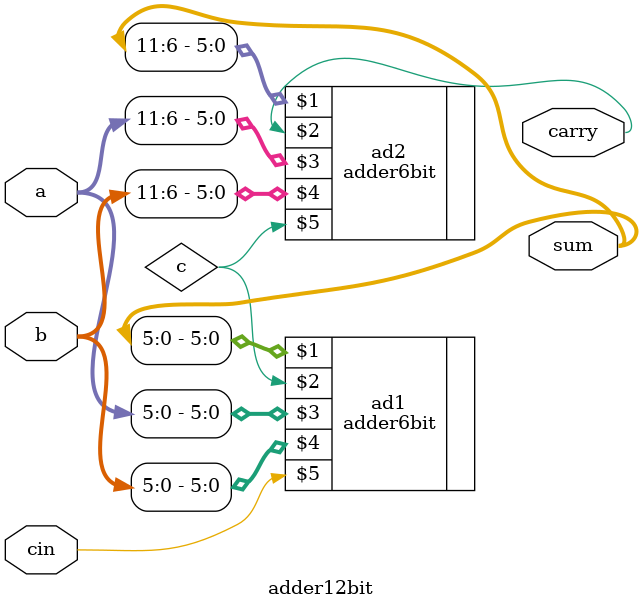
<source format=v>
`timescale 1ns / 1ps


module adder12bit(sum,carry,a,b,cin);
input [11:0] a,b;
input cin;
output [11:0] sum;
output carry;

wire c;

adder6bit ad1(sum[5:0] ,c, a[5:0] ,b[5:0] , cin);
adder6bit ad2(sum[11:6] ,carry, a[11:6] ,b[11:6] , c); 

endmodule

</source>
